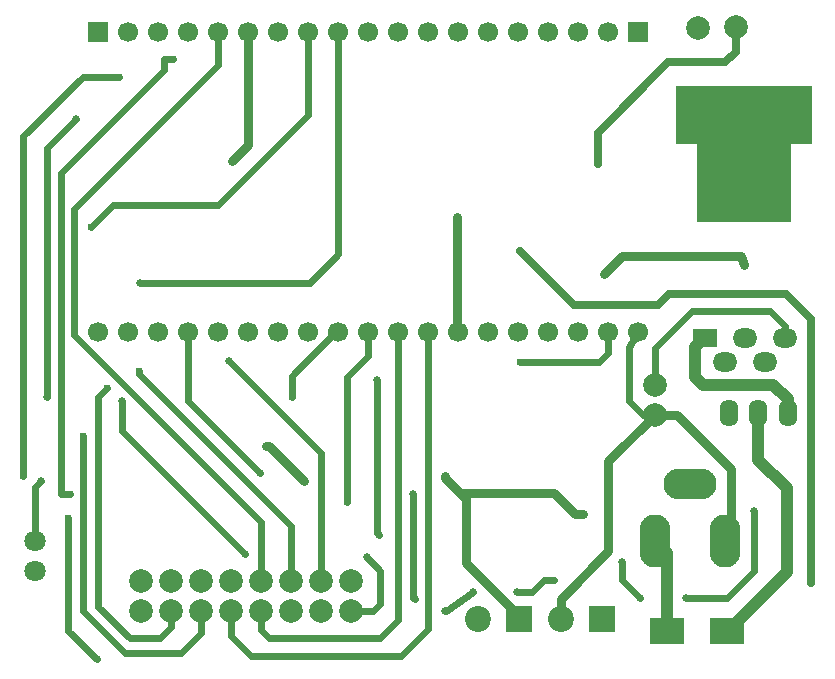
<source format=gbl>
G04 Layer: BottomLayer*
G04 EasyEDA v6.5.23, 2023-04-09 10:26:07*
G04 330b7c5f45e04ff093bb28af9a5d1234,10*
G04 Gerber Generator version 0.2*
G04 Scale: 100 percent, Rotated: No, Reflected: No *
G04 Dimensions in millimeters *
G04 leading zeros omitted , absolute positions ,4 integer and 5 decimal *
%FSLAX45Y45*%
%MOMM*%

%AMMACRO1*4,1,9,-4.0008,-5.7819,-4.0008,0.8221,-4.0008,0.8221,-5.7788,0.8221,-5.7788,5.7819,5.7788,5.7819,5.7788,0.8221,3.9997,0.8221,3.9997,-5.7819,-4.0008,-5.7819,0*%
%AMMACRO2*4,1,4,-1,0.75,1,0.75,1,-0.75,-1,-0.75,-1,0.75,0*%
%ADD10C,0.6000*%
%ADD11C,0.8000*%
%ADD12C,1.0000*%
%ADD13C,0.7000*%
%ADD14MACRO1*%
%ADD15R,3.0000X2.2000*%
%ADD16C,1.8000*%
%ADD17R,2.2000X2.2000*%
%ADD18C,2.2000*%
%ADD19C,2.0000*%
%ADD20C,1.7000*%
%ADD21R,1.7000X1.7000*%
%ADD22O,4.499991X2.5999948*%
%ADD23O,2.5999948X4.499991*%
%ADD24O,1.5999968X2.2999954*%
%ADD25MACRO2*%
%ADD26O,2.0999958X1.6500094*%
%ADD27C,5.0000*%
%ADD28C,0.6100*%
%ADD29C,0.6500*%
%ADD30C,0.0179*%

%LPD*%
D10*
X3810000Y749300D02*
G01*
X3822700Y749300D01*
X4051300Y914400D01*
X4419600Y914400D02*
G01*
X4546600Y914400D01*
X4647184Y1014984D01*
X4728715Y1014729D01*
D11*
X3810000Y1892300D02*
G01*
X3810000Y1879600D01*
X3987800Y1701800D01*
X3987800Y1155700D01*
X4437938Y705561D01*
X4437938Y685876D01*
D10*
X2253234Y1004570D02*
G01*
X2253234Y1505965D01*
X673100Y3086100D01*
X673100Y4152900D01*
X1892300Y5372100D01*
X1892300Y5651500D01*
X342900Y1346200D02*
G01*
X342900Y1803400D01*
X393700Y1854200D01*
X622300Y1536700D02*
G01*
X622300Y584200D01*
X863600Y342900D01*
D12*
X6714236Y2425700D02*
G01*
X6714236Y2544063D01*
X6591300Y2667000D01*
X5994400Y2667000D01*
X5930900Y2730500D01*
X5930900Y2983737D01*
X6008877Y3061715D01*
D10*
X6688830Y3061715D02*
G01*
X6688830Y3165853D01*
X6562341Y3292350D01*
X5898641Y3292350D01*
X5588025Y2981733D01*
X5588025Y2667000D01*
X5448300Y3111500D02*
G01*
X5372100Y2984500D01*
X5372100Y2527300D01*
X5486400Y2413000D01*
X5588000Y2413000D01*
X2761234Y1004620D02*
G01*
X2761234Y2090165D01*
X1981200Y2870200D01*
X3670300Y3111500D02*
G01*
X3670300Y596900D01*
X3441700Y368300D01*
X2171700Y368300D01*
X1999234Y540765D01*
X1999234Y750570D01*
X1491234Y751839D02*
G01*
X1491234Y614679D01*
X1397000Y520700D01*
X1143000Y520700D01*
X876300Y787400D01*
X876300Y2565400D01*
X952500Y2641600D01*
D11*
X2616200Y1854200D02*
G01*
X2324100Y2146300D01*
X2298700Y2146300D01*
X5588050Y2413000D02*
G01*
X5194300Y2019249D01*
X5194300Y1257300D01*
X4790714Y853714D01*
X4790714Y685800D01*
D10*
X444500Y2565400D02*
G01*
X444500Y4673600D01*
X685800Y4914900D01*
X2120900Y1231900D02*
G01*
X1079500Y2273300D01*
X1079500Y2527300D01*
X1638300Y3111500D02*
G01*
X1638300Y2527300D01*
X2247900Y1917700D01*
X2253234Y750570D02*
G01*
X2253234Y591565D01*
X2324100Y520700D01*
X3263900Y520700D01*
X3416300Y673100D01*
X3416300Y3111500D01*
X3543300Y1739900D02*
G01*
X3543300Y863600D01*
X3556000Y850900D01*
X3162325Y3111500D02*
G01*
X3162325Y2908325D01*
X2984500Y2730500D01*
X2984500Y1676400D01*
X6426200Y1600200D02*
G01*
X6426200Y1092200D01*
X6197600Y863600D01*
X5854700Y863600D01*
X5461000Y863600D02*
G01*
X5308600Y1016000D01*
X5308600Y1168400D01*
D11*
X6184900Y1346200D02*
G01*
X6235700Y1346200D01*
X6235700Y1950344D01*
X5773044Y2413000D01*
X5588050Y2413000D01*
D10*
X3251200Y1397000D02*
G01*
X3238500Y1409700D01*
X3238500Y2705100D01*
X2908325Y3111500D02*
G01*
X2882727Y3111500D01*
X2514600Y2743372D01*
X2514600Y2565400D01*
X1219200Y2781300D02*
G01*
X1219200Y2755900D01*
X2507234Y1467865D01*
X2507234Y1004620D01*
D12*
X5585457Y1346200D02*
G01*
X5689625Y1242032D01*
X5689625Y571500D01*
D10*
X1745234Y750570D02*
G01*
X1745234Y564134D01*
X1574800Y393700D01*
X1104900Y393700D01*
X749300Y749300D01*
X749300Y2235200D01*
D13*
X6274054Y5691378D02*
G01*
X6273800Y5486400D01*
X6184900Y5397500D01*
X5702300Y5397500D01*
X5105400Y4800600D01*
X5105400Y4533900D01*
D11*
X3924325Y3111500D02*
G01*
X3911600Y3124225D01*
X3911600Y4089400D01*
X2146325Y5651500D02*
G01*
X2146325Y4699025D01*
X2006600Y4559300D01*
D10*
X5194300Y3111500D02*
G01*
X5194300Y2933700D01*
X5118100Y2857500D01*
X4445000Y2857500D01*
D13*
X6908800Y990600D02*
G01*
X6908800Y3226054D01*
X6700265Y3434587D01*
X5706363Y3434587D01*
X5612129Y3340100D01*
X4902200Y3340100D01*
X4445000Y3797300D01*
D11*
X4978400Y1574800D02*
G01*
X4914900Y1574800D01*
X4737100Y1752600D01*
X3936738Y1752600D01*
X3810000Y1879345D01*
X3810000Y1892300D01*
X6345681Y3680205D02*
G01*
X6315709Y3759200D01*
X5308600Y3759200D01*
X5156200Y3606800D01*
D10*
X3015234Y750570D02*
G01*
X3201670Y750570D01*
X3263900Y812800D01*
X3263900Y1092200D01*
X3149600Y1206500D01*
X1054100Y5270500D02*
G01*
X742764Y5270500D01*
X241300Y4769035D01*
X241300Y1892300D01*
X635000Y1739900D02*
G01*
X558800Y1739900D01*
X558800Y4457700D01*
X1435100Y5334000D01*
X1435100Y5422900D01*
X1511300Y5422900D01*
X2908300Y5651500D02*
G01*
X2908300Y3771900D01*
X2667000Y3530600D01*
X1231900Y3530600D01*
X812800Y4000500D02*
G01*
X1003300Y4191000D01*
X1892300Y4191000D01*
X2654300Y4953000D01*
X2654300Y5651500D01*
D12*
X6464274Y2425674D02*
G01*
X6464274Y2032025D01*
X6705600Y1790700D01*
X6705600Y1079474D01*
X6197625Y571500D01*
D14*
G01*
X6343693Y4616795D03*
D15*
G01*
X5689600Y584200D03*
G01*
X6197600Y584200D03*
D16*
G01*
X342900Y1092200D03*
G01*
X342900Y1346200D03*
D17*
G01*
X5140680Y685800D03*
D18*
G01*
X4790719Y685800D03*
D17*
G01*
X4437938Y685871D03*
D18*
G01*
X4087977Y685871D03*
D19*
G01*
X6274104Y5691403D03*
G01*
X3015234Y1004620D03*
G01*
X3015234Y750620D03*
G01*
X2761234Y1004620D03*
G01*
X2761259Y750646D03*
G01*
X2507234Y1004620D03*
G01*
X2507234Y750620D03*
G01*
X2253234Y1004620D03*
G01*
X2253259Y750646D03*
G01*
X1999234Y1004620D03*
G01*
X1999234Y750620D03*
G01*
X1745234Y1004620D03*
G01*
X1745234Y750620D03*
G01*
X1491234Y1004620D03*
G01*
X1491234Y750620D03*
G01*
X1237234Y1004620D03*
G01*
X1237259Y750646D03*
D20*
G01*
X5194325Y3111500D03*
G01*
X4940325Y3111500D03*
G01*
X4686325Y3111500D03*
G01*
X4432325Y3111500D03*
G01*
X4178325Y3111500D03*
G01*
X3924325Y3111500D03*
G01*
X3670325Y3111500D03*
G01*
X3416325Y3111500D03*
G01*
X3162325Y3111500D03*
G01*
X2908325Y3111500D03*
G01*
X2654325Y3111500D03*
G01*
X2400325Y3111500D03*
G01*
X2146325Y3111500D03*
G01*
X1892325Y3111500D03*
G01*
X1638325Y3111500D03*
G01*
X4940325Y5651500D03*
G01*
X4686325Y5651500D03*
G01*
X4432325Y5651500D03*
G01*
X4178325Y5651500D03*
G01*
X3924325Y5651500D03*
G01*
X3670325Y5651500D03*
G01*
X3416325Y5651500D03*
G01*
X3162325Y5651500D03*
G01*
X2908325Y5651500D03*
G01*
X2654325Y5651500D03*
G01*
X2400325Y5651500D03*
G01*
X2146325Y5651500D03*
G01*
X1892325Y5651500D03*
G01*
X1638325Y5651500D03*
G01*
X5194325Y5651500D03*
G01*
X1384325Y3111500D03*
G01*
X1130325Y3111500D03*
G01*
X5448325Y3111500D03*
D21*
G01*
X5448300Y5651500D03*
D20*
G01*
X1384325Y5651500D03*
G01*
X1130325Y5651500D03*
G01*
X876325Y3111500D03*
D21*
G01*
X876325Y5651500D03*
D22*
G01*
X5885179Y1826260D03*
D23*
G01*
X6184900Y1346200D03*
G01*
X5585459Y1346200D03*
D24*
G01*
X6214262Y2425674D03*
G01*
X6464274Y2425674D03*
G01*
X6714261Y2425674D03*
D19*
G01*
X5588050Y2413000D03*
G01*
X5588025Y2667000D03*
G01*
X5953785Y5690438D03*
D25*
G01*
X6008839Y3061622D03*
D26*
G01*
X6348856Y3061614D03*
G01*
X6178854Y2861614D03*
G01*
X6518859Y2861614D03*
G01*
X6688861Y3061614D03*
D27*
G01*
X6343700Y4864100D03*
D28*
G01*
X4728667Y1014755D03*
G01*
X3556000Y850900D03*
G01*
X6908800Y990600D03*
G01*
X4445000Y3797300D03*
G01*
X863600Y342900D03*
G01*
X622300Y1536700D03*
G01*
X241300Y1892300D03*
G01*
X1054100Y5270500D03*
G01*
X812800Y4000500D03*
G01*
X1219200Y2781300D03*
G01*
X1511300Y5422900D03*
G01*
X635000Y1739900D03*
G01*
X4445000Y2857500D03*
G01*
X2984500Y1676400D03*
G01*
X749300Y2235200D03*
G01*
X2514600Y2565400D03*
G01*
X952500Y2641600D03*
G01*
X2247900Y1917700D03*
G01*
X3911600Y4089400D03*
G01*
X6345631Y3680231D03*
G01*
X5156200Y3606800D03*
G01*
X2006600Y4559300D03*
D29*
G01*
X5105400Y4533900D03*
G01*
X3251200Y1397000D03*
G01*
X3238500Y2705100D03*
G01*
X3810000Y1892300D03*
G01*
X4978400Y1574800D03*
G01*
X4419600Y914400D03*
G01*
X6426200Y1600200D03*
G01*
X5854700Y863600D03*
G01*
X5461000Y863600D03*
G01*
X5308600Y1168400D03*
G01*
X3543300Y1739900D03*
G01*
X2616200Y1854200D03*
G01*
X2298700Y2146300D03*
G01*
X3149600Y1206500D03*
G01*
X2120900Y1231900D03*
G01*
X1079500Y2527300D03*
G01*
X444500Y2565400D03*
G01*
X685800Y4914900D03*
G01*
X1981200Y2870200D03*
G01*
X1231900Y3530600D03*
G01*
X393700Y1854200D03*
G01*
X4051300Y914400D03*
G01*
X3810000Y749300D03*
M02*

</source>
